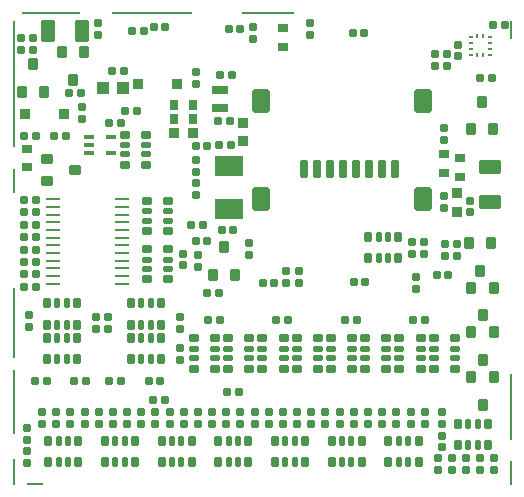
<source format=gbp>
G75*
G70*
%OFA0B0*%
%FSLAX25Y25*%
%IPPOS*%
%LPD*%
%AMOC8*
5,1,8,0,0,1.08239X$1,22.5*
%
%AMM1*
21,1,0.035430,0.030320,0.000000,0.000000,90.000000*
21,1,0.028350,0.037400,0.000000,0.000000,90.000000*
1,1,0.007090,0.015160,0.014170*
1,1,0.007090,0.015160,-0.014170*
1,1,0.007090,-0.015160,-0.014170*
1,1,0.007090,-0.015160,0.014170*
%
%AMM10*
21,1,0.025590,0.026380,0.000000,0.000000,90.000000*
21,1,0.020470,0.031500,0.000000,0.000000,90.000000*
1,1,0.005120,0.013190,0.010240*
1,1,0.005120,0.013190,-0.010240*
1,1,0.005120,-0.013190,-0.010240*
1,1,0.005120,-0.013190,0.010240*
%
%AMM11*
21,1,0.017720,0.027950,0.000000,0.000000,90.000000*
21,1,0.014170,0.031500,0.000000,0.000000,90.000000*
1,1,0.003540,0.013980,0.007090*
1,1,0.003540,0.013980,-0.007090*
1,1,0.003540,-0.013980,-0.007090*
1,1,0.003540,-0.013980,0.007090*
%
%AMM13*
21,1,0.012600,0.028980,0.000000,0.000000,90.000000*
21,1,0.010080,0.031500,0.000000,0.000000,90.000000*
1,1,0.002520,0.014490,0.005040*
1,1,0.002520,0.014490,-0.005040*
1,1,0.002520,-0.014490,-0.005040*
1,1,0.002520,-0.014490,0.005040*
%
%AMM16*
21,1,0.027560,0.018900,0.000000,0.000000,90.000000*
21,1,0.022840,0.023620,0.000000,0.000000,90.000000*
1,1,0.004720,0.009450,0.011420*
1,1,0.004720,0.009450,-0.011420*
1,1,0.004720,-0.009450,-0.011420*
1,1,0.004720,-0.009450,0.011420*
%
%AMM33*
21,1,0.033470,0.026770,0.000000,0.000000,180.000000*
21,1,0.026770,0.033470,0.000000,0.000000,180.000000*
1,1,0.006690,-0.013390,0.013390*
1,1,0.006690,0.013390,0.013390*
1,1,0.006690,0.013390,-0.013390*
1,1,0.006690,-0.013390,-0.013390*
%
%AMM34*
21,1,0.035430,0.030320,0.000000,0.000000,180.000000*
21,1,0.028350,0.037400,0.000000,0.000000,180.000000*
1,1,0.007090,-0.014170,0.015160*
1,1,0.007090,0.014170,0.015160*
1,1,0.007090,0.014170,-0.015160*
1,1,0.007090,-0.014170,-0.015160*
%
%AMM35*
21,1,0.035830,0.026770,0.000000,0.000000,0.000000*
21,1,0.029130,0.033470,0.000000,0.000000,0.000000*
1,1,0.006690,0.014570,-0.013390*
1,1,0.006690,-0.014570,-0.013390*
1,1,0.006690,-0.014570,0.013390*
1,1,0.006690,0.014570,0.013390*
%
%AMM36*
21,1,0.070870,0.036220,0.000000,0.000000,0.000000*
21,1,0.061810,0.045280,0.000000,0.000000,0.000000*
1,1,0.009060,0.030910,-0.018110*
1,1,0.009060,-0.030910,-0.018110*
1,1,0.009060,-0.030910,0.018110*
1,1,0.009060,0.030910,0.018110*
%
%AMM37*
21,1,0.059060,0.020470,0.000000,0.000000,90.000000*
21,1,0.053940,0.025590,0.000000,0.000000,90.000000*
1,1,0.005120,0.010240,0.026970*
1,1,0.005120,0.010240,-0.026970*
1,1,0.005120,-0.010240,-0.026970*
1,1,0.005120,-0.010240,0.026970*
%
%AMM38*
21,1,0.078740,0.045670,0.000000,0.000000,90.000000*
21,1,0.067320,0.057090,0.000000,0.000000,90.000000*
1,1,0.011420,0.022840,0.033660*
1,1,0.011420,0.022840,-0.033660*
1,1,0.011420,-0.022840,-0.033660*
1,1,0.011420,-0.022840,0.033660*
%
%AMM39*
21,1,0.025590,0.026380,0.000000,0.000000,0.000000*
21,1,0.020470,0.031500,0.000000,0.000000,0.000000*
1,1,0.005120,0.010240,-0.013190*
1,1,0.005120,-0.010240,-0.013190*
1,1,0.005120,-0.010240,0.013190*
1,1,0.005120,0.010240,0.013190*
%
%AMM40*
21,1,0.017720,0.027950,0.000000,0.000000,0.000000*
21,1,0.014170,0.031500,0.000000,0.000000,0.000000*
1,1,0.003540,0.007090,-0.013980*
1,1,0.003540,-0.007090,-0.013980*
1,1,0.003540,-0.007090,0.013980*
1,1,0.003540,0.007090,0.013980*
%
%AMM41*
21,1,0.027560,0.030710,0.000000,0.000000,90.000000*
21,1,0.022050,0.036220,0.000000,0.000000,90.000000*
1,1,0.005510,0.015350,0.011020*
1,1,0.005510,0.015350,-0.011020*
1,1,0.005510,-0.015350,-0.011020*
1,1,0.005510,-0.015350,0.011020*
%
%AMM42*
21,1,0.027560,0.049610,0.000000,0.000000,270.000000*
21,1,0.022050,0.055120,0.000000,0.000000,270.000000*
1,1,0.005510,-0.024800,-0.011020*
1,1,0.005510,-0.024800,0.011020*
1,1,0.005510,0.024800,0.011020*
1,1,0.005510,0.024800,-0.011020*
%
%AMM43*
21,1,0.027560,0.030710,0.000000,0.000000,0.000000*
21,1,0.022050,0.036220,0.000000,0.000000,0.000000*
1,1,0.005510,0.011020,-0.015350*
1,1,0.005510,-0.011020,-0.015350*
1,1,0.005510,-0.011020,0.015350*
1,1,0.005510,0.011020,0.015350*
%
%AMM44*
21,1,0.070870,0.036220,0.000000,0.000000,90.000000*
21,1,0.061810,0.045280,0.000000,0.000000,90.000000*
1,1,0.009060,0.018110,0.030910*
1,1,0.009060,0.018110,-0.030910*
1,1,0.009060,-0.018110,-0.030910*
1,1,0.009060,-0.018110,0.030910*
%
%AMM45*
21,1,0.033470,0.026770,0.000000,0.000000,270.000000*
21,1,0.026770,0.033470,0.000000,0.000000,270.000000*
1,1,0.006690,-0.013390,-0.013390*
1,1,0.006690,-0.013390,0.013390*
1,1,0.006690,0.013390,0.013390*
1,1,0.006690,0.013390,-0.013390*
%
%AMM7*
21,1,0.027560,0.018900,0.000000,0.000000,180.000000*
21,1,0.022840,0.023620,0.000000,0.000000,180.000000*
1,1,0.004720,-0.011420,0.009450*
1,1,0.004720,0.011420,0.009450*
1,1,0.004720,0.011420,-0.009450*
1,1,0.004720,-0.011420,-0.009450*
%
%ADD100M33*%
%ADD101M34*%
%ADD102M35*%
%ADD103R,0.03937X0.04331*%
%ADD104M36*%
%ADD105M37*%
%ADD106M38*%
%ADD108R,0.09449X0.06693*%
%ADD109M39*%
%ADD110M40*%
%ADD111M41*%
%ADD112M42*%
%ADD113M43*%
%ADD114M44*%
%ADD115M45*%
%ADD116O,0.04961X0.00984*%
%ADD117R,0.00984X0.01378*%
%ADD118R,0.01378X0.00984*%
%ADD16R,0.00787X0.09055*%
%ADD17R,0.00787X0.42126*%
%ADD18R,0.00787X0.08268*%
%ADD19R,0.00787X0.23622*%
%ADD20R,0.00787X0.21260*%
%ADD21R,0.05512X0.00787*%
%ADD22R,0.19685X0.00787*%
%ADD23R,0.26772X0.00787*%
%ADD24R,0.17717X0.00787*%
%ADD25R,0.00787X0.06299*%
%ADD26R,0.00787X0.22441*%
%ADD27R,0.00787X0.07874*%
%ADD39M1*%
%ADD45M7*%
%ADD49M10*%
%ADD50M11*%
%ADD54M13*%
%ADD60M16*%
X0000000Y0000000D02*
%LPD*%
G01*
D16*
X0037008Y0067520D03*
D17*
X0037008Y0196654D03*
D18*
X0037008Y0164370D03*
D19*
X0037008Y0116929D03*
D20*
X0037008Y0090551D03*
D21*
X0044095Y0063386D03*
D22*
X0049606Y0220472D03*
D23*
X0083071Y0220472D03*
D24*
X0121850Y0220472D03*
D25*
X0202756Y0214567D03*
D26*
X0202756Y0089173D03*
D27*
X0202756Y0066929D03*
X0036614Y0019488D02*
%LPD*%
G01*
X0036614Y0062992D02*
G01*
G75*
D20*
X0037008Y0090551D02*
D03*
D16*
X0037008Y0067520D02*
D03*
D19*
X0037008Y0116929D02*
D03*
D27*
X0202756Y0066929D02*
D03*
D18*
X0037008Y0164370D02*
D03*
D17*
X0037008Y0196653D02*
D03*
D22*
X0049606Y0220472D02*
D03*
D23*
X0083071Y0220472D02*
D03*
D24*
X0121850Y0220472D02*
D03*
D26*
X0202756Y0089173D02*
D03*
D25*
X0202756Y0214567D02*
D03*
D21*
X0044094Y0063386D02*
D03*
D39*
X0048229Y0164234D02*
D03*
X0057481Y0167974D02*
D03*
D39*
X0048229Y0171715D02*
D03*
D45*
X0068307Y0114960D02*
D03*
X0068307Y0118897D02*
D03*
X0188976Y0157874D02*
D03*
X0188976Y0153937D02*
D03*
X0065256Y0217126D02*
D03*
X0065256Y0213189D02*
D03*
X0098439Y0139764D02*
D03*
X0098439Y0135827D02*
D03*
X0115344Y0139692D02*
D03*
X0115344Y0143629D02*
D03*
X0093307Y0136220D02*
D03*
X0093307Y0140157D02*
D03*
X0042113Y0119808D02*
D03*
X0042113Y0115871D02*
D03*
X0059842Y0188976D02*
D03*
X0059842Y0185039D02*
D03*
X0039370Y0208071D02*
D03*
X0039370Y0212008D02*
D03*
X0171260Y0132283D02*
D03*
X0171260Y0128346D02*
D03*
X0097638Y0196850D02*
D03*
X0097638Y0200787D02*
D03*
X0127855Y0130413D02*
D03*
X0127855Y0134350D02*
D03*
X0116830Y0211713D02*
D03*
X0116830Y0215649D02*
D03*
X0169685Y0144094D02*
D03*
X0169685Y0140157D02*
D03*
X0173622Y0144094D02*
D03*
X0173622Y0140157D02*
D03*
X0043504Y0208071D02*
D03*
X0043504Y0212008D02*
D03*
X0180512Y0159449D02*
D03*
X0180512Y0155512D02*
D03*
X0180315Y0181890D02*
D03*
X0180315Y0177953D02*
D03*
X0132185Y0130413D02*
D03*
X0132185Y0134350D02*
D03*
X0135827Y0216929D02*
D03*
X0135827Y0212992D02*
D03*
X0097638Y0167323D02*
D03*
X0097638Y0171260D02*
D03*
X0097638Y0163779D02*
D03*
X0097638Y0159842D02*
D03*
X0084252Y0087401D02*
D03*
X0084252Y0083464D02*
D03*
X0088976Y0087401D02*
D03*
X0088976Y0083464D02*
D03*
X0093701Y0087401D02*
D03*
X0093701Y0083464D02*
D03*
X0098425Y0087401D02*
D03*
X0098425Y0083464D02*
D03*
X0183071Y0068110D02*
D03*
X0183071Y0072047D02*
D03*
X0187795Y0072047D02*
D03*
X0187795Y0068110D02*
D03*
X0192519Y0068110D02*
D03*
X0192519Y0072047D02*
D03*
X0197244Y0068110D02*
D03*
X0197244Y0072047D02*
D03*
X0064370Y0114960D02*
D03*
X0064370Y0118897D02*
D03*
X0092323Y0114960D02*
D03*
X0092323Y0118897D02*
D03*
X0060630Y0087401D02*
D03*
X0060630Y0083464D02*
D03*
X0055906Y0087401D02*
D03*
X0055906Y0083464D02*
D03*
X0051181Y0087401D02*
D03*
X0051181Y0083464D02*
D03*
X0046457Y0087401D02*
D03*
X0046457Y0083464D02*
D03*
X0079528Y0087401D02*
D03*
X0079528Y0083464D02*
D03*
X0074803Y0087401D02*
D03*
X0074803Y0083464D02*
D03*
X0070079Y0087401D02*
D03*
X0070079Y0083464D02*
D03*
X0065354Y0087401D02*
D03*
X0065354Y0083464D02*
D03*
X0117323Y0087401D02*
D03*
X0117323Y0083464D02*
D03*
X0112599Y0087401D02*
D03*
X0112599Y0083464D02*
D03*
X0107874Y0087401D02*
D03*
X0107874Y0083464D02*
D03*
X0103150Y0087401D02*
D03*
X0103150Y0083464D02*
D03*
X0136221Y0083464D02*
D03*
X0136221Y0087401D02*
D03*
X0131496Y0087401D02*
D03*
X0131496Y0083464D02*
D03*
X0126772Y0087401D02*
D03*
X0126772Y0083464D02*
D03*
X0122047Y0087401D02*
D03*
X0122047Y0083464D02*
D03*
X0155118Y0087401D02*
D03*
X0155118Y0083464D02*
D03*
X0150394Y0087401D02*
D03*
X0150394Y0083464D02*
D03*
X0145669Y0087401D02*
D03*
X0145669Y0083464D02*
D03*
X0140945Y0087401D02*
D03*
X0140945Y0083464D02*
D03*
X0169291Y0087401D02*
D03*
X0169291Y0083464D02*
D03*
X0164567Y0087401D02*
D03*
X0164567Y0083464D02*
D03*
X0159842Y0087401D02*
D03*
X0159842Y0083464D02*
D03*
X0041338Y0078149D02*
D03*
X0041338Y0082086D02*
D03*
X0178347Y0072047D02*
D03*
X0178347Y0068110D02*
D03*
X0092323Y0104724D02*
D03*
X0092323Y0108661D02*
D03*
X0179921Y0083464D02*
D03*
X0179921Y0087401D02*
D03*
X0041338Y0070472D02*
D03*
X0041338Y0074409D02*
D03*
X0179921Y0079527D02*
D03*
X0179921Y0075590D02*
D03*
X0185039Y0209842D02*
D03*
X0185039Y0205905D02*
D03*
X0174016Y0087401D02*
D03*
X0174016Y0083464D02*
D03*
D49*
X0074016Y0179823D02*
D03*
X0081102Y0179823D02*
D03*
X0081102Y0169783D02*
D03*
X0074016Y0169783D02*
D03*
X0088583Y0131594D02*
D03*
X0081496Y0131594D02*
D03*
X0081496Y0141634D02*
D03*
X0088583Y0141634D02*
D03*
X0088583Y0147736D02*
D03*
X0081496Y0147736D02*
D03*
X0081496Y0157776D02*
D03*
X0088583Y0157776D02*
D03*
X0184055Y0111909D02*
D03*
X0176968Y0111909D02*
D03*
X0176968Y0101870D02*
D03*
X0184055Y0101870D02*
D03*
X0165551Y0101870D02*
D03*
X0172638Y0101870D02*
D03*
X0172638Y0111909D02*
D03*
X0165551Y0111909D02*
D03*
X0115551Y0111909D02*
D03*
X0108465Y0111909D02*
D03*
X0108465Y0101870D02*
D03*
X0115551Y0101870D02*
D03*
X0097047Y0101870D02*
D03*
X0104134Y0101870D02*
D03*
X0104134Y0111909D02*
D03*
X0097047Y0111909D02*
D03*
X0138386Y0111909D02*
D03*
X0131299Y0111909D02*
D03*
X0131299Y0101870D02*
D03*
X0138386Y0101870D02*
D03*
X0119882Y0101870D02*
D03*
X0126969Y0101870D02*
D03*
X0126969Y0111909D02*
D03*
X0119882Y0111909D02*
D03*
X0161221Y0111909D02*
D03*
X0154134Y0111909D02*
D03*
X0154134Y0101870D02*
D03*
X0161221Y0101870D02*
D03*
X0142717Y0101870D02*
D03*
X0149803Y0101870D02*
D03*
X0149803Y0111909D02*
D03*
X0142717Y0111909D02*
D03*
D50*
X0081102Y0173228D02*
D03*
X0081102Y0176378D02*
D03*
X0074016Y0176378D02*
D03*
X0074016Y0173228D02*
D03*
X0081496Y0138189D02*
D03*
X0081496Y0135039D02*
D03*
X0088583Y0135039D02*
D03*
X0088583Y0138189D02*
D03*
X0081496Y0154331D02*
D03*
X0081496Y0151181D02*
D03*
X0088583Y0151181D02*
D03*
X0088583Y0154331D02*
D03*
X0184055Y0108464D02*
D03*
X0184055Y0105315D02*
D03*
X0176968Y0105315D02*
D03*
X0176968Y0108464D02*
D03*
X0165551Y0105315D02*
D03*
X0165551Y0108464D02*
D03*
X0172638Y0108464D02*
D03*
X0172638Y0105315D02*
D03*
X0115551Y0108464D02*
D03*
X0115551Y0105315D02*
D03*
X0108465Y0105315D02*
D03*
X0108465Y0108464D02*
D03*
X0097047Y0105315D02*
D03*
X0097047Y0108464D02*
D03*
X0104134Y0108464D02*
D03*
X0104134Y0105315D02*
D03*
X0138386Y0108464D02*
D03*
X0138386Y0105315D02*
D03*
X0131299Y0105315D02*
D03*
X0131299Y0108464D02*
D03*
X0119882Y0105315D02*
D03*
X0119882Y0108464D02*
D03*
X0126969Y0108464D02*
D03*
X0126969Y0105315D02*
D03*
X0161221Y0108464D02*
D03*
X0161221Y0105315D02*
D03*
X0154134Y0105315D02*
D03*
X0154134Y0108464D02*
D03*
X0142717Y0105315D02*
D03*
X0142717Y0108464D02*
D03*
X0149803Y0108464D02*
D03*
X0149803Y0105315D02*
D03*
D54*
X0062008Y0173819D02*
D03*
X0062008Y0176378D02*
D03*
X0062008Y0178937D02*
D03*
X0069488Y0178937D02*
D03*
X0069488Y0173819D02*
D03*
D60*
X0080315Y0214370D02*
D03*
X0076378Y0214370D02*
D03*
X0196457Y0198622D02*
D03*
X0192519Y0198622D02*
D03*
X0055357Y0193801D02*
D03*
X0059294Y0193801D02*
D03*
X0077953Y0187795D02*
D03*
X0074016Y0187795D02*
D03*
X0068897Y0183858D02*
D03*
X0072834Y0183858D02*
D03*
X0177953Y0133071D02*
D03*
X0181890Y0133071D02*
D03*
X0108661Y0214961D02*
D03*
X0112598Y0214961D02*
D03*
X0177362Y0202756D02*
D03*
X0181299Y0202756D02*
D03*
X0150000Y0213779D02*
D03*
X0153937Y0213779D02*
D03*
X0105524Y0126970D02*
D03*
X0101587Y0126970D02*
D03*
X0096260Y0149606D02*
D03*
X0100197Y0149606D02*
D03*
X0106299Y0148031D02*
D03*
X0110236Y0148031D02*
D03*
X0105512Y0176378D02*
D03*
X0109449Y0176378D02*
D03*
X0200787Y0216535D02*
D03*
X0196850Y0216535D02*
D03*
X0087598Y0215551D02*
D03*
X0083661Y0215551D02*
D03*
X0069685Y0201181D02*
D03*
X0073622Y0201181D02*
D03*
X0180709Y0139370D02*
D03*
X0184646Y0139370D02*
D03*
X0180709Y0143307D02*
D03*
X0184646Y0143307D02*
D03*
X0181299Y0206693D02*
D03*
X0177362Y0206693D02*
D03*
X0154232Y0130807D02*
D03*
X0150295Y0130807D02*
D03*
X0097638Y0175984D02*
D03*
X0101575Y0175984D02*
D03*
X0097638Y0144291D02*
D03*
X0101575Y0144291D02*
D03*
X0105905Y0199606D02*
D03*
X0109842Y0199606D02*
D03*
X0105118Y0184252D02*
D03*
X0109055Y0184252D02*
D03*
X0119980Y0130413D02*
D03*
X0123917Y0130413D02*
D03*
X0174213Y0118110D02*
D03*
X0170276Y0118110D02*
D03*
X0105709Y0118110D02*
D03*
X0101772Y0118110D02*
D03*
X0128543Y0118110D02*
D03*
X0124606Y0118110D02*
D03*
X0151378Y0118110D02*
D03*
X0147441Y0118110D02*
D03*
X0112205Y0094094D02*
D03*
X0108268Y0094094D02*
D03*
X0057153Y0097638D02*
D03*
X0061090Y0097638D02*
D03*
X0047964Y0097638D02*
D03*
X0044027Y0097638D02*
D03*
X0081957Y0097638D02*
D03*
X0085894Y0097638D02*
D03*
X0072768Y0097638D02*
D03*
X0068831Y0097638D02*
D03*
X0044488Y0179527D02*
D03*
X0040551Y0179527D02*
D03*
X0050394Y0179527D02*
D03*
X0054331Y0179527D02*
D03*
X0087402Y0091338D02*
D03*
X0083465Y0091338D02*
D03*
X0040551Y0129134D02*
D03*
X0044488Y0129134D02*
D03*
X0040551Y0141535D02*
D03*
X0044488Y0141535D02*
D03*
X0040551Y0145669D02*
D03*
X0044488Y0145669D02*
D03*
X0040551Y0153937D02*
D03*
X0044488Y0153937D02*
D03*
X0040551Y0149803D02*
D03*
X0044488Y0149803D02*
D03*
X0040551Y0158071D02*
D03*
X0044488Y0158071D02*
D03*
X0040551Y0137402D02*
D03*
X0044488Y0137402D02*
D03*
X0040551Y0133268D02*
D03*
X0044488Y0133268D02*
D03*
D100*
X0090591Y0180512D02*
D03*
X0096811Y0180512D02*
D03*
D101*
X0193194Y0190863D02*
D03*
X0196934Y0181611D02*
D03*
X0110765Y0133112D02*
D03*
X0107025Y0142364D02*
D03*
X0047244Y0193976D02*
D03*
X0043504Y0203228D02*
D03*
X0052953Y0207401D02*
D03*
X0056693Y0198150D02*
D03*
X0189567Y0099016D02*
D03*
X0193307Y0089764D02*
D03*
X0193307Y0104659D02*
D03*
X0189567Y0113911D02*
D03*
X0189567Y0128806D02*
D03*
X0193307Y0119554D02*
D03*
X0188780Y0143701D02*
D03*
X0192520Y0134449D02*
D03*
D101*
X0189454Y0181611D02*
D03*
X0103285Y0133112D02*
D03*
X0039764Y0193976D02*
D03*
X0060433Y0207402D02*
D03*
X0197047Y0099016D02*
D03*
X0197047Y0113911D02*
D03*
X0197047Y0128806D02*
D03*
X0196260Y0143701D02*
D03*
D102*
X0040945Y0186614D02*
D03*
X0053937Y0186614D02*
D03*
X0078346Y0196850D02*
D03*
X0091339Y0196850D02*
D03*
D103*
X0073425Y0195275D02*
D03*
X0066732Y0195275D02*
D03*
D104*
X0195669Y0157480D02*
D03*
X0195669Y0168897D02*
D03*
D105*
X0133740Y0168516D02*
D03*
X0138071Y0168516D02*
D03*
X0142402Y0168516D02*
D03*
X0146732Y0168516D02*
D03*
X0151063Y0168516D02*
D03*
X0155394Y0168516D02*
D03*
X0159725Y0168516D02*
D03*
X0164055Y0168516D02*
D03*
D106*
X0173425Y0158280D02*
D03*
X0173425Y0190957D02*
D03*
X0119292Y0190957D02*
D03*
X0119292Y0158280D02*
D03*
D108*
X0108662Y0169488D02*
D03*
X0108662Y0154921D02*
D03*
D109*
X0155217Y0145669D02*
D03*
X0155217Y0138583D02*
D03*
X0165256Y0138583D02*
D03*
X0165256Y0145669D02*
D03*
X0086319Y0070669D02*
D03*
X0086319Y0077756D02*
D03*
X0096358Y0077756D02*
D03*
X0096358Y0070669D02*
D03*
X0058169Y0105118D02*
D03*
X0058169Y0112205D02*
D03*
X0048130Y0112205D02*
D03*
X0048130Y0105118D02*
D03*
X0048130Y0123622D02*
D03*
X0048130Y0116535D02*
D03*
X0058169Y0116535D02*
D03*
X0058169Y0123622D02*
D03*
X0086122Y0105118D02*
D03*
X0086122Y0112205D02*
D03*
X0076083Y0112205D02*
D03*
X0076083Y0105118D02*
D03*
X0076083Y0123622D02*
D03*
X0076083Y0116535D02*
D03*
X0086122Y0116535D02*
D03*
X0086122Y0123622D02*
D03*
X0048524Y0070669D02*
D03*
X0048524Y0077756D02*
D03*
X0058563Y0077756D02*
D03*
X0058563Y0070669D02*
D03*
X0067421Y0070669D02*
D03*
X0067421Y0077756D02*
D03*
X0077460Y0077756D02*
D03*
X0077460Y0070669D02*
D03*
X0105216Y0070669D02*
D03*
X0105216Y0077756D02*
D03*
X0115256Y0077756D02*
D03*
X0115256Y0070669D02*
D03*
X0124114Y0070669D02*
D03*
X0124114Y0077756D02*
D03*
X0134154Y0077756D02*
D03*
X0134154Y0070669D02*
D03*
X0143012Y0070669D02*
D03*
X0143012Y0077756D02*
D03*
X0153051Y0077756D02*
D03*
X0153051Y0070669D02*
D03*
X0161909Y0070669D02*
D03*
X0161909Y0077756D02*
D03*
X0171949Y0077756D02*
D03*
X0171949Y0070669D02*
D03*
X0195177Y0076378D02*
D03*
X0195177Y0083464D02*
D03*
X0185138Y0083464D02*
D03*
X0185138Y0076378D02*
D03*
D110*
X0158661Y0145669D02*
D03*
X0161811Y0145669D02*
D03*
X0161811Y0138583D02*
D03*
X0158661Y0138583D02*
D03*
X0092913Y0077756D02*
D03*
X0089764Y0077756D02*
D03*
X0089764Y0070669D02*
D03*
X0092913Y0070669D02*
D03*
X0054724Y0105118D02*
D03*
X0051575Y0105118D02*
D03*
X0051575Y0112205D02*
D03*
X0054724Y0112205D02*
D03*
X0051575Y0123622D02*
D03*
X0054724Y0123622D02*
D03*
X0054724Y0116535D02*
D03*
X0051575Y0116535D02*
D03*
X0082677Y0105118D02*
D03*
X0079527Y0105118D02*
D03*
X0079527Y0112205D02*
D03*
X0082677Y0112205D02*
D03*
X0079528Y0123622D02*
D03*
X0082677Y0123622D02*
D03*
X0082677Y0116535D02*
D03*
X0079528Y0116535D02*
D03*
X0055118Y0077756D02*
D03*
X0051969Y0077756D02*
D03*
X0051969Y0070669D02*
D03*
X0055118Y0070669D02*
D03*
X0074016Y0077756D02*
D03*
X0070866Y0077756D02*
D03*
X0070866Y0070669D02*
D03*
X0074016Y0070669D02*
D03*
X0111811Y0077756D02*
D03*
X0108661Y0077756D02*
D03*
X0108661Y0070669D02*
D03*
X0111811Y0070669D02*
D03*
X0130709Y0077756D02*
D03*
X0127559Y0077756D02*
D03*
X0127559Y0070669D02*
D03*
X0130709Y0070669D02*
D03*
X0149606Y0077756D02*
D03*
X0146457Y0077756D02*
D03*
X0146457Y0070669D02*
D03*
X0149606Y0070669D02*
D03*
X0168504Y0077756D02*
D03*
X0165354Y0077756D02*
D03*
X0165354Y0070669D02*
D03*
X0168504Y0070669D02*
D03*
X0191732Y0076378D02*
D03*
X0188583Y0076378D02*
D03*
X0188583Y0083464D02*
D03*
X0191732Y0083464D02*
D03*
D111*
X0180315Y0173228D02*
D03*
X0180315Y0166929D02*
D03*
X0126673Y0208957D02*
D03*
X0126673Y0215256D02*
D03*
X0041339Y0175197D02*
D03*
X0041339Y0168897D02*
D03*
X0185827Y0165748D02*
D03*
X0185827Y0172047D02*
D03*
D112*
X0105905Y0194685D02*
D03*
X0105905Y0188779D02*
D03*
D113*
X0096851Y0189764D02*
D03*
X0090551Y0189764D02*
D03*
X0096851Y0185138D02*
D03*
X0090551Y0185138D02*
D03*
D114*
X0048425Y0214370D02*
D03*
X0059842Y0214370D02*
D03*
D115*
X0184842Y0154173D02*
D03*
X0184842Y0160394D02*
D03*
X0113386Y0183819D02*
D03*
X0113386Y0177598D02*
D03*
D116*
X0050236Y0130118D02*
D03*
X0050236Y0132677D02*
D03*
X0050236Y0135236D02*
D03*
X0050236Y0137795D02*
D03*
X0050236Y0140354D02*
D03*
X0050236Y0142913D02*
D03*
X0050236Y0145472D02*
D03*
X0050236Y0148031D02*
D03*
X0050236Y0150590D02*
D03*
X0050236Y0153150D02*
D03*
X0050236Y0155708D02*
D03*
X0050236Y0158268D02*
D03*
X0073229Y0130118D02*
D03*
X0073229Y0132677D02*
D03*
X0073229Y0135236D02*
D03*
X0073229Y0137795D02*
D03*
X0073229Y0140354D02*
D03*
X0073229Y0142913D02*
D03*
X0073229Y0145472D02*
D03*
X0073229Y0148031D02*
D03*
X0073229Y0150590D02*
D03*
X0073229Y0153150D02*
D03*
X0073229Y0155708D02*
D03*
X0073229Y0158268D02*
D03*
D117*
X0193504Y0206299D02*
D03*
X0191536Y0206299D02*
D03*
X0191536Y0212598D02*
D03*
X0193504Y0212598D02*
D03*
D118*
X0189370Y0206496D02*
D03*
X0189370Y0208465D02*
D03*
X0189370Y0210433D02*
D03*
X0189370Y0212401D02*
D03*
X0195670Y0206496D02*
D03*
X0195670Y0212401D02*
D03*
X0195670Y0208465D02*
D03*
X0195670Y0210433D02*
D03*
M02*

</source>
